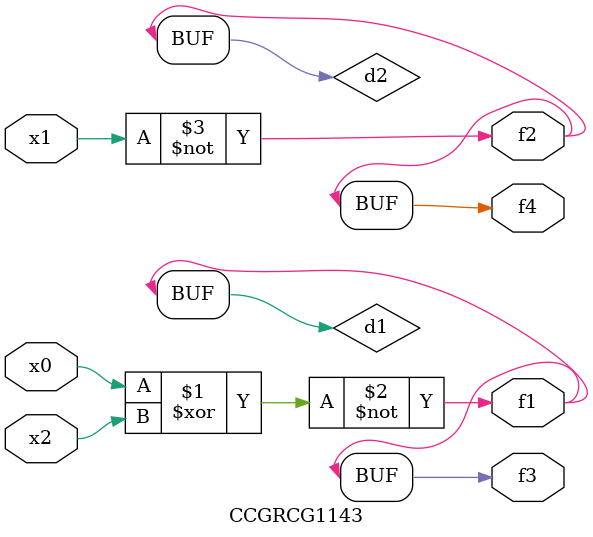
<source format=v>
module CCGRCG1143(
	input x0, x1, x2,
	output f1, f2, f3, f4
);

	wire d1, d2, d3;

	xnor (d1, x0, x2);
	nand (d2, x1);
	nor (d3, x1, x2);
	assign f1 = d1;
	assign f2 = d2;
	assign f3 = d1;
	assign f4 = d2;
endmodule

</source>
